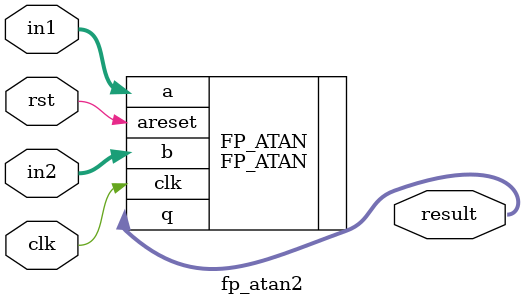
<source format=v>

module fp_atan2
#(
	parameter DATA_WIDTH = 32
)
(
	input clk,
	input rst,
	input [DATA_WIDTH-1:0] in1,
	input [DATA_WIDTH-1:0] in2,
	output [DATA_WIDTH-1:0] result
);

	FP_ATAN FP_ATAN
	(
		.clk(clk),
		.areset(rst),
		.a(in1),
		.b(in2),
		.q(result)
	);

endmodule

</source>
